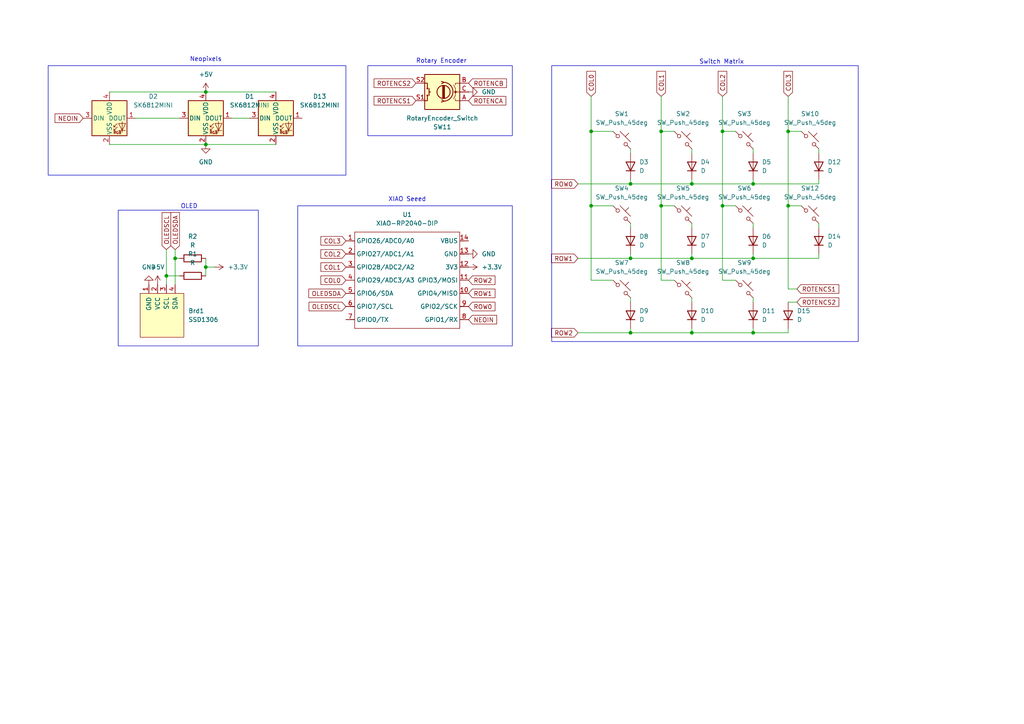
<source format=kicad_sch>
(kicad_sch (version 20231120) (generator "eeschema") (generator_version "8.0")
  (paper "A4")
  (lib_symbols
    (symbol "Device:D" (pin_numbers hide) (pin_names (offset 1.016) hide)
      (property "Reference" "D" (at 0 2.54 0))
      (property "Value" "D" (at 0 -2.54 0))
      (symbol "D_0_1"
        (polyline (pts (xy -1.27 1.27) (xy -1.27 -1.27)) (stroke (width 0.254)))
        (polyline (pts (xy 1.27 0) (xy -1.27 0)))
        (polyline (pts (xy 1.27 1.27) (xy 1.27 -1.27) (xy -1.27 0) (xy 1.27 1.27)) (stroke (width 0.254)))
      )
      (symbol "D_1_1"
        (pin passive line (at -3.81 0 0) (length 2.54) (name "K") (number "1"))
        (pin passive line (at 3.81 0 180) (length 2.54) (name "A") (number "2"))
      )
    )
    (symbol "Device:R" (pin_numbers hide) (pin_names (offset 0))
      (property "Reference" "R" (at 2.032 0 90))
      (property "Value" "R" (at 0 0 90))
      (symbol "R_0_1"
        (rectangle (start -1.016 -2.54) (end 1.016 2.54) (stroke (width 0.254)))
      )
      (symbol "R_1_1"
        (pin passive line (at 0 3.81 270) (length 1.27) (name "~") (number "1"))
        (pin passive line (at 0 -3.81 90) (length 1.27) (name "~") (number "2"))
      )
    )
    (symbol "Device:RotaryEncoder_Switch" (pin_names (offset 0.254) hide)
      (property "Reference" "SW" (at 0 6.604 0))
      (property "Value" "RotaryEncoder_Switch" (at 0 -6.604 0))
      (symbol "RotaryEncoder_Switch_0_1"
        (rectangle (start -5.08 5.08) (end 5.08 -5.08) (stroke (width 0.254)) (fill (type background)))
        (circle (center -3.81 0) (radius 0.254) (fill (type outline)))
        (circle (center -0.381 0) (radius 1.905) (stroke (width 0.254)))
        (arc (start -0.381 2.667) (mid -3.0988 -0.0635) (end -0.381 -2.794) (stroke (width 0.254)))
        (polyline (pts (xy -0.635 -1.778) (xy -0.635 1.778)) (stroke (width 0.254)))
        (polyline (pts (xy -0.381 -1.778) (xy -0.381 1.778)) (stroke (width 0.254)))
        (polyline (pts (xy -0.127 1.778) (xy -0.127 -1.778)) (stroke (width 0.254)))
        (polyline (pts (xy 3.81 0) (xy 3.429 0)) (stroke (width 0.254)))
        (polyline (pts (xy 3.81 1.016) (xy 3.81 -1.016)) (stroke (width 0.254)))
        (polyline (pts (xy -5.08 -2.54) (xy -3.81 -2.54) (xy -3.81 -2.032)))
        (polyline (pts (xy -5.08 2.54) (xy -3.81 2.54) (xy -3.81 2.032)))
        (polyline (pts (xy 0.254 -3.048) (xy -0.508 -2.794) (xy 0.127 -2.413)) (stroke (width 0.254)))
        (polyline (pts (xy 0.254 2.921) (xy -0.508 2.667) (xy 0.127 2.286)) (stroke (width 0.254)))
        (polyline (pts (xy 5.08 -2.54) (xy 4.318 -2.54) (xy 4.318 -1.016)) (stroke (width 0.254)))
        (polyline (pts (xy 5.08 2.54) (xy 4.318 2.54) (xy 4.318 1.016)) (stroke (width 0.254)))
        (polyline (pts (xy -5.08 0) (xy -3.81 0) (xy -3.81 -1.016) (xy -3.302 -2.032)))
        (polyline (pts (xy -4.318 0) (xy -3.81 0) (xy -3.81 1.016) (xy -3.302 2.032)))
        (circle (center 4.318 -1.016) (radius 0.127) (stroke (width 0.254)))
        (circle (center 4.318 1.016) (radius 0.127) (stroke (width 0.254)))
      )
      (symbol "RotaryEncoder_Switch_1_1"
        (pin passive line (at -7.62 2.54 0) (length 2.54) (name "A") (number "A"))
        (pin passive line (at -7.62 -2.54 0) (length 2.54) (name "B") (number "B"))
        (pin passive line (at -7.62 0 0) (length 2.54) (name "C") (number "C"))
        (pin passive line (at 7.62 2.54 180) (length 2.54) (name "S1") (number "S1"))
        (pin passive line (at 7.62 -2.54 180) (length 2.54) (name "S2") (number "S2"))
      )
    )
    (symbol "LED:SK6812MINI" (pin_names (offset 0.254))
      (property "Reference" "D" (at 5.08 5.715 0))
      (property "Value" "SK6812MINI" (at 1.27 -5.715 0))
      (symbol "SK6812MINI_0_0"
        (text "RGB" (at 2.286 -4.191 0) (effects (font (size 0.762 0.762))))
      )
      (symbol "SK6812MINI_0_1"
        (polyline (pts (xy 1.27 -3.556) (xy 1.778 -3.556)))
        (polyline (pts (xy 1.27 -2.54) (xy 1.778 -2.54)))
        (polyline (pts (xy 4.699 -3.556) (xy 2.667 -3.556)))
        (polyline (pts (xy 2.286 -2.54) (xy 1.27 -3.556) (xy 1.27 -3.048)))
        (polyline (pts (xy 2.286 -1.524) (xy 1.27 -2.54) (xy 1.27 -2.032)))
        (polyline (pts (xy 3.683 -1.016) (xy 3.683 -3.556) (xy 3.683 -4.064)))
        (polyline (pts (xy 4.699 -1.524) (xy 2.667 -1.524) (xy 3.683 -3.556) (xy 4.699 -1.524)))
        (rectangle (start 5.08 5.08) (end -5.08 -5.08) (stroke (width 0.254)) (fill (type background)))
      )
      (symbol "SK6812MINI_1_1"
        (pin output line (at 7.62 0 180) (length 2.54) (name "DOUT") (number "1"))
        (pin power_in line (at 0 -7.62 90) (length 2.54) (name "VSS") (number "2"))
        (pin input line (at -7.62 0 0) (length 2.54) (name "DIN") (number "3"))
        (pin power_in line (at 0 7.62 270) (length 2.54) (name "VDD") (number "4"))
      )
    )
    (symbol "OLED:SSD1306" (pin_names (offset 1.016))
      (property "Reference" "Brd" (at 0 -3.81 0))
      (property "Value" "SSD1306" (at 0 -1.27 0))
      (symbol "SSD1306_0_1"
        (rectangle (start -6.35 6.35) (end 6.35 -6.35) (fill (type background)))
      )
      (symbol "SSD1306_1_1"
        (pin input line (at -3.81 8.89 270) (length 2.54) (name "GND") (number "1"))
        (pin input line (at -1.27 8.89 270) (length 2.54) (name "VCC") (number "2"))
        (pin input line (at 1.27 8.89 270) (length 2.54) (name "SCL") (number "3"))
        (pin input line (at 3.81 8.89 270) (length 2.54) (name "SDA") (number "4"))
      )
    )
    (symbol "OPL:XIAO-RP2040-DIP"
      (property "Reference" "U" (at 0 0 0))
      (property "Value" "XIAO-RP2040-DIP" (at 5.334 -1.778 0))
      (symbol "XIAO-RP2040-DIP_1_0"
        (polyline (pts (xy -1.27 -30.48) (xy -1.27 -16.51)) (stroke (width 0.1524)))
        (polyline (pts (xy -1.27 -27.94) (xy -2.54 -27.94)) (stroke (width 0.1524)))
        (polyline (pts (xy -1.27 -24.13) (xy -2.54 -24.13)) (stroke (width 0.1524)))
        (polyline (pts (xy -1.27 -20.32) (xy -2.54 -20.32)) (stroke (width 0.1524)))
        (polyline (pts (xy -1.27 -16.51) (xy -2.54 -16.51)) (stroke (width 0.1524)))
        (polyline (pts (xy -1.27 -16.51) (xy -1.27 -12.7)) (stroke (width 0.1524)))
        (polyline (pts (xy -1.27 -12.7) (xy -2.54 -12.7)) (stroke (width 0.1524)))
        (polyline (pts (xy -1.27 -12.7) (xy -1.27 -8.89)) (stroke (width 0.1524)))
        (polyline (pts (xy -1.27 -8.89) (xy -2.54 -8.89)) (stroke (width 0.1524)))
        (polyline (pts (xy -1.27 -8.89) (xy -1.27 -5.08)) (stroke (width 0.1524)))
        (polyline (pts (xy -1.27 -5.08) (xy -2.54 -5.08)) (stroke (width 0.1524)))
        (polyline (pts (xy -1.27 -5.08) (xy -1.27 -2.54)) (stroke (width 0.1524)))
        (polyline (pts (xy -1.27 -2.54) (xy 29.21 -2.54)) (stroke (width 0.1524)))
        (polyline (pts (xy 29.21 -30.48) (xy -1.27 -30.48)) (stroke (width 0.1524)))
        (polyline (pts (xy 29.21 -12.7) (xy 29.21 -30.48)) (stroke (width 0.1524)))
        (polyline (pts (xy 29.21 -8.89) (xy 29.21 -12.7)) (stroke (width 0.1524)))
        (polyline (pts (xy 29.21 -5.08) (xy 29.21 -8.89)) (stroke (width 0.1524)))
        (polyline (pts (xy 29.21 -2.54) (xy 29.21 -5.08)) (stroke (width 0.1524)))
        (polyline (pts (xy 30.48 -27.94) (xy 29.21 -27.94)) (stroke (width 0.1524)))
        (polyline (pts (xy 30.48 -24.13) (xy 29.21 -24.13)) (stroke (width 0.1524)))
        (polyline (pts (xy 30.48 -20.32) (xy 29.21 -20.32)) (stroke (width 0.1524)))
        (polyline (pts (xy 30.48 -16.51) (xy 29.21 -16.51)) (stroke (width 0.1524)))
        (polyline (pts (xy 30.48 -12.7) (xy 29.21 -12.7)) (stroke (width 0.1524)))
        (polyline (pts (xy 30.48 -8.89) (xy 29.21 -8.89)) (stroke (width 0.1524)))
        (polyline (pts (xy 30.48 -5.08) (xy 29.21 -5.08)) (stroke (width 0.1524)))
        (pin passive line (at -3.81 -5.08 0) (length 2.54) (name "GPIO26/ADC0/A0") (number "1"))
        (pin passive line (at 31.75 -20.32 180) (length 2.54) (name "GPIO4/MISO") (number "10"))
        (pin passive line (at 31.75 -16.51 180) (length 2.54) (name "GPIO3/MOSI") (number "11"))
        (pin passive line (at 31.75 -12.7 180) (length 2.54) (name "3V3") (number "12"))
        (pin passive line (at 31.75 -8.89 180) (length 2.54) (name "GND") (number "13"))
        (pin passive line (at 31.75 -5.08 180) (length 2.54) (name "VBUS") (number "14"))
        (pin passive line (at -3.81 -8.89 0) (length 2.54) (name "GPIO27/ADC1/A1") (number "2"))
        (pin passive line (at -3.81 -12.7 0) (length 2.54) (name "GPIO28/ADC2/A2") (number "3"))
        (pin passive line (at -3.81 -16.51 0) (length 2.54) (name "GPIO29/ADC3/A3") (number "4"))
        (pin passive line (at -3.81 -20.32 0) (length 2.54) (name "GPIO6/SDA") (number "5"))
        (pin passive line (at -3.81 -24.13 0) (length 2.54) (name "GPIO7/SCL") (number "6"))
        (pin passive line (at -3.81 -27.94 0) (length 2.54) (name "GPIO0/TX") (number "7"))
        (pin passive line (at 31.75 -27.94 180) (length 2.54) (name "GPIO1/RX") (number "8"))
        (pin passive line (at 31.75 -24.13 180) (length 2.54) (name "GPIO2/SCK") (number "9"))
      )
    )
    (symbol "Switch:SW_Push_45deg" (pin_numbers hide) (pin_names (offset 1.016) hide)
      (property "Reference" "SW" (at 3.048 1.016 0))
      (property "Value" "SW_Push_45deg" (at 0 -3.81 0))
      (symbol "SW_Push_45deg_0_1"
        (circle (center -1.1684 1.1684) (radius 0.508))
        (polyline (pts (xy -0.508 2.54) (xy 2.54 -0.508)))
        (polyline (pts (xy 1.016 1.016) (xy 2.032 2.032)))
        (polyline (pts (xy -2.54 2.54) (xy -1.524 1.524) (xy -1.524 1.524)))
        (polyline (pts (xy 1.524 -1.524) (xy 2.54 -2.54) (xy 2.54 -2.54) (xy 2.54 -2.54)))
        (circle (center 1.143 -1.1938) (radius 0.508))
        (pin passive line (at -2.54 2.54 0) (length 0) (name "1") (number "1"))
        (pin passive line (at 2.54 -2.54 180) (length 0) (name "2") (number "2"))
      )
    )
    (symbol "power:+3.3V" (power) (pin_numbers hide) (pin_names (offset 0) hide)
      (property "Value" "+3.3V" (at 0 3.556 0))
      (symbol "+3.3V_0_1"
        (polyline (pts (xy -0.762 1.27) (xy 0 2.54)))
        (polyline (pts (xy 0 0) (xy 0 2.54)))
        (polyline (pts (xy 0 2.54) (xy 0.762 1.27)))
      )
      (symbol "+3.3V_1_1"
        (pin power_in line (at 0 0 90) (length 0) (name "~") (number "1"))
      )
    )
    (symbol "power:+5V" (power) (pin_numbers hide) (pin_names (offset 0) hide)
      (property "Value" "+5V" (at 0 3.556 0))
      (symbol "+5V_0_1"
        (polyline (pts (xy -0.762 1.27) (xy 0 2.54)))
        (polyline (pts (xy 0 0) (xy 0 2.54)))
        (polyline (pts (xy 0 2.54) (xy 0.762 1.27)))
      )
      (symbol "+5V_1_1"
        (pin power_in line (at 0 0 90) (length 0) (name "~") (number "1"))
      )
    )
    (symbol "power:GND" (power) (pin_numbers hide) (pin_names (offset 0) hide)
      (property "Value" "GND" (at 0 -3.81 0))
      (symbol "GND_0_1"
        (polyline (pts (xy 0 0) (xy 0 -1.27) (xy 1.27 -1.27) (xy 0 -2.54) (xy -1.27 -1.27) (xy 0 -1.27)))
      )
      (symbol "GND_1_1"
        (pin power_in line (at 0 0 270) (length 0) (name "~") (number "1"))
      )
    )
  )
  (junction (at 182.88 96.52))
  (junction (at 50.8 74.93))
  (junction (at 191.77 38.1))
  (junction (at 209.55 38.1))
  (junction (at 200.66 74.93))
  (junction (at 59.69 77.47))
  (junction (at 48.26 80.01))
  (junction (at 200.66 53.34))
  (junction (at 182.88 74.93))
  (junction (at 59.69 41.91))
  (junction (at 200.66 96.52))
  (junction (at 171.45 38.1))
  (junction (at 218.44 74.93))
  (junction (at 209.55 59.69))
  (junction (at 218.44 53.34))
  (junction (at 59.69 26.67))
  (junction (at 171.45 59.69))
  (junction (at 228.6 38.1))
  (junction (at 191.77 59.69))
  (junction (at 182.88 53.34))
  (junction (at 228.6 59.69))
  (junction (at 218.44 96.52))
  (wire (pts (xy 200.66 96.52) (xy 200.66 95.25)))
  (wire (pts (xy 171.45 38.1) (xy 177.8 38.1)))
  (wire (pts (xy 237.49 73.66) (xy 237.49 74.93)))
  (wire (pts (xy 213.36 81.28) (xy 209.55 81.28)))
  (wire (pts (xy 50.8 74.93) (xy 50.8 82.55)))
  (wire (pts (xy 39.37 34.29) (xy 52.07 34.29)))
  (wire (pts (xy 167.64 53.34) (xy 182.88 53.34)))
  (wire (pts (xy 59.69 26.67) (xy 80.01 26.67)))
  (wire (pts (xy 48.26 82.55) (xy 48.26 80.01)))
  (wire (pts (xy 182.88 96.52) (xy 182.88 95.25)))
  (wire (pts (xy 228.6 95.25) (xy 228.6 96.52)))
  (wire (pts (xy 182.88 74.93) (xy 200.66 74.93)))
  (wire (pts (xy 59.69 80.01) (xy 59.69 77.47)))
  (wire (pts (xy 182.88 73.66) (xy 182.88 74.93)))
  (wire (pts (xy 237.49 66.04) (xy 237.49 64.77)))
  (wire (pts (xy 200.66 66.04) (xy 200.66 64.77)))
  (wire (pts (xy 228.6 38.1) (xy 228.6 59.69)))
  (wire (pts (xy 191.77 81.28) (xy 195.58 81.28)))
  (wire (pts (xy 218.44 74.93) (xy 237.49 74.93)))
  (wire (pts (xy 171.45 27.94) (xy 171.45 38.1)))
  (wire (pts (xy 50.8 72.39) (xy 50.8 74.93)))
  (wire (pts (xy 182.88 44.45) (xy 182.88 43.18)))
  (wire (pts (xy 50.8 74.93) (xy 52.07 74.93)))
  (wire (pts (xy 228.6 38.1) (xy 232.41 38.1)))
  (wire (pts (xy 218.44 95.25) (xy 218.44 96.52)))
  (wire (pts (xy 228.6 27.94) (xy 228.6 38.1)))
  (wire (pts (xy 209.55 59.69) (xy 213.36 59.69)))
  (wire (pts (xy 209.55 27.94) (xy 209.55 38.1)))
  (wire (pts (xy 59.69 74.93) (xy 59.69 77.47)))
  (wire (pts (xy 171.45 59.69) (xy 171.45 81.28)))
  (wire (pts (xy 209.55 38.1) (xy 213.36 38.1)))
  (wire (pts (xy 191.77 38.1) (xy 195.58 38.1)))
  (wire (pts (xy 59.69 77.47) (xy 62.23 77.47)))
  (wire (pts (xy 67.31 34.29) (xy 72.39 34.29)))
  (wire (pts (xy 182.88 53.34) (xy 182.88 52.07)))
  (wire (pts (xy 171.45 59.69) (xy 177.8 59.69)))
  (wire (pts (xy 218.44 96.52) (xy 200.66 96.52)))
  (wire (pts (xy 182.88 66.04) (xy 182.88 64.77)))
  (wire (pts (xy 200.66 53.34) (xy 218.44 53.34)))
  (wire (pts (xy 171.45 81.28) (xy 177.8 81.28)))
  (wire (pts (xy 200.66 53.34) (xy 200.66 52.07)))
  (wire (pts (xy 200.66 73.66) (xy 200.66 74.93)))
  (wire (pts (xy 200.66 87.63) (xy 200.66 86.36)))
  (wire (pts (xy 218.44 87.63) (xy 218.44 86.36)))
  (wire (pts (xy 218.44 44.45) (xy 218.44 43.18)))
  (wire (pts (xy 228.6 87.63) (xy 231.14 87.63)))
  (wire (pts (xy 167.64 74.93) (xy 182.88 74.93)))
  (wire (pts (xy 218.44 73.66) (xy 218.44 74.93)))
  (wire (pts (xy 171.45 38.1) (xy 171.45 59.69)))
  (wire (pts (xy 231.14 83.82) (xy 228.6 83.82)))
  (wire (pts (xy 218.44 96.52) (xy 228.6 96.52)))
  (wire (pts (xy 191.77 27.94) (xy 191.77 38.1)))
  (wire (pts (xy 191.77 59.69) (xy 195.58 59.69)))
  (wire (pts (xy 209.55 59.69) (xy 209.55 38.1)))
  (wire (pts (xy 48.26 80.01) (xy 52.07 80.01)))
  (wire (pts (xy 191.77 38.1) (xy 191.77 59.69)))
  (wire (pts (xy 218.44 52.07) (xy 218.44 53.34)))
  (wire (pts (xy 59.69 41.91) (xy 80.01 41.91)))
  (wire (pts (xy 182.88 87.63) (xy 182.88 86.36)))
  (wire (pts (xy 209.55 81.28) (xy 209.55 59.69)))
  (wire (pts (xy 228.6 59.69) (xy 232.41 59.69)))
  (wire (pts (xy 31.75 26.67) (xy 59.69 26.67)))
  (wire (pts (xy 200.66 96.52) (xy 182.88 96.52)))
  (wire (pts (xy 237.49 44.45) (xy 237.49 43.18)))
  (wire (pts (xy 200.66 44.45) (xy 200.66 43.18)))
  (wire (pts (xy 191.77 59.69) (xy 191.77 81.28)))
  (wire (pts (xy 48.26 72.39) (xy 48.26 80.01)))
  (wire (pts (xy 218.44 74.93) (xy 200.66 74.93)))
  (wire (pts (xy 167.64 96.52) (xy 182.88 96.52)))
  (wire (pts (xy 228.6 59.69) (xy 228.6 83.82)))
  (wire (pts (xy 218.44 53.34) (xy 237.49 53.34)))
  (wire (pts (xy 218.44 66.04) (xy 218.44 64.77)))
  (wire (pts (xy 237.49 52.07) (xy 237.49 53.34)))
  (wire (pts (xy 31.75 41.91) (xy 59.69 41.91)))
  (wire (pts (xy 200.66 53.34) (xy 182.88 53.34)))
  (rectangle (start 86.36 59.69) (end 148.59 100.33))
  (rectangle (start 160.02 19.05) (end 248.92 99.06))
  (rectangle (start 13.97 19.05) (end 100.33 50.8))
  (rectangle (start 34.29 60.96) (end 74.93 100.33))
  (rectangle (start 106.68 19.05) (end 148.59 39.37))
  (text "XIAO Seeed" (at 118.11 57.912 0) (effects (font (size 1.27 1.27))))
  (text "Neopixels\n" (at 59.69 17.272 0) (effects (font (size 1.27 1.27))))
  (text "Rotary Encoder" (at 128.016 17.78 0) (effects (font (size 1.27 1.27))))
  (text "OLED\n" (at 54.864 59.944 0) (effects (font (size 1.27 1.27))))
  (text "Switch Matrix" (at 209.296 18.034 0) (effects (font (size 1.27 1.27))))
  (global_label "ROTENCS1" (shape input) (at 231.14 83.82 0) (property "Intersheetrefs" "${INTERSHEET_REFS}" (effects (hide yes))))
  (global_label "COL2" (shape input) (at 209.55 27.94 90) (property "Intersheetrefs" "${INTERSHEET_REFS}" (effects (hide yes))))
  (global_label "COL1" (shape input) (at 100.33 77.47 180) (property "Intersheetrefs" "${INTERSHEET_REFS}" (effects (hide yes))))
  (global_label "OLEDSDA" (shape input) (at 100.33 85.09 180) (property "Intersheetrefs" "${INTERSHEET_REFS}" (effects (hide yes))))
  (global_label "ROTENCS2" (shape input) (at 120.65 24.13 180) (property "Intersheetrefs" "${INTERSHEET_REFS}" (effects (hide yes))))
  (global_label "COL0" (shape input) (at 171.45 27.94 90) (property "Intersheetrefs" "${INTERSHEET_REFS}" (effects (hide yes))))
  (global_label "COL2" (shape input) (at 100.33 73.66 180) (property "Intersheetrefs" "${INTERSHEET_REFS}" (effects (hide yes))))
  (global_label "COL3" (shape input) (at 100.33 69.85 180) (property "Intersheetrefs" "${INTERSHEET_REFS}" (effects (hide yes))))
  (global_label "ROW1" (shape input) (at 167.64 74.93 180) (property "Intersheetrefs" "${INTERSHEET_REFS}" (effects (hide yes))))
  (global_label "ROW0" (shape input) (at 167.64 53.34 180) (property "Intersheetrefs" "${INTERSHEET_REFS}" (effects (hide yes))))
  (global_label "ROTENCS1" (shape input) (at 120.65 29.21 180) (property "Intersheetrefs" "${INTERSHEET_REFS}" (effects (hide yes))))
  (global_label "COL1" (shape input) (at 191.77 27.94 90) (property "Intersheetrefs" "${INTERSHEET_REFS}" (effects (hide yes))))
  (global_label "ROW2" (shape input) (at 135.89 81.28 0) (property "Intersheetrefs" "${INTERSHEET_REFS}" (effects (hide yes))))
  (global_label "ROTENCS2" (shape input) (at 231.14 87.63 0) (property "Intersheetrefs" "${INTERSHEET_REFS}" (effects (hide yes))))
  (global_label "OLEDSDA" (shape input) (at 50.8 72.39 90) (property "Intersheetrefs" "${INTERSHEET_REFS}" (effects (hide yes))))
  (global_label "ROTENCB" (shape input) (at 135.89 24.13 0) (property "Intersheetrefs" "${INTERSHEET_REFS}" (effects (hide yes))))
  (global_label "COL3" (shape input) (at 228.6 27.94 90) (property "Intersheetrefs" "${INTERSHEET_REFS}" (effects (hide yes))))
  (global_label "COL0" (shape input) (at 100.33 81.28 180) (property "Intersheetrefs" "${INTERSHEET_REFS}" (effects (hide yes))))
  (global_label "NEOIN" (shape input) (at 135.89 92.71 0) (property "Intersheetrefs" "${INTERSHEET_REFS}" (effects (hide yes))))
  (global_label "OLEDSCL" (shape input) (at 100.33 88.9 180) (property "Intersheetrefs" "${INTERSHEET_REFS}" (effects (hide yes))))
  (global_label "ROW2" (shape input) (at 167.64 96.52 180) (property "Intersheetrefs" "${INTERSHEET_REFS}" (effects (hide yes))))
  (global_label "ROW0" (shape input) (at 135.89 88.9 0) (property "Intersheetrefs" "${INTERSHEET_REFS}" (effects (hide yes))))
  (global_label "OLEDSCL" (shape input) (at 48.26 72.39 90) (property "Intersheetrefs" "${INTERSHEET_REFS}" (effects (hide yes))))
  (global_label "ROTENCA" (shape input) (at 135.89 29.21 0) (property "Intersheetrefs" "${INTERSHEET_REFS}" (effects (hide yes))))
  (global_label "NEOIN" (shape input) (at 24.13 34.29 180) (property "Intersheetrefs" "${INTERSHEET_REFS}" (effects (hide yes))))
  (global_label "ROW1" (shape input) (at 135.89 85.09 0) (property "Intersheetrefs" "${INTERSHEET_REFS}" (effects (hide yes))))
  (symbol (lib_id "Switch:SW_Push_45deg") (at 198.12 40.64 0) (unit 1)
    (property "Reference" "SW2" (at 198.12 33.02 0))
    (property "Value" "SW_Push_45deg" (at 198.12 35.56 0))
    (property "Footprint" "3D:SW_Cherry_MX_1.00u_PCB_3D" (effects (hide yes)))
    (property "Description" "Push button switch, normally open, two pins, 45° tilted" (effects (hide yes)))
  )
  (symbol (lib_id "Device:D") (at 218.44 69.85 90) (unit 1)
    (property "Reference" "D6" (at 220.98 68.5799 90) (effects (justify right)))
    (property "Value" "D" (at 220.98 71.1199 90) (effects (justify right)))
    (property "Footprint" "DIODE:D_DO-35_SOD27_P7.62mm_Horizontal" (effects (hide yes)))
    (property "Description" "Diode" (effects (hide yes)))
    (property "Sim.Device" "D" (effects (hide yes)))
    (property "Sim.Pins" "1=K 2=A" (effects (hide yes)))
  )
  (symbol (lib_id "power:GND") (at 135.89 26.67 90) (unit 1)
    (property "Reference" "#PWR02" (effects (hide yes)))
    (property "Value" "GND" (at 139.7 26.6699 90) (effects (justify right)))
    (property "Description" "Power symbol creates a global label with name \"GND\" , ground" (effects (hide yes)))
  )
  (symbol (lib_id "Device:D") (at 218.44 48.26 90) (unit 1)
    (property "Reference" "D5" (at 220.98 46.9899 90) (effects (justify right)))
    (property "Value" "D" (at 220.98 49.5299 90) (effects (justify right)))
    (property "Footprint" "DIODE:D_DO-35_SOD27_P7.62mm_Horizontal" (effects (hide yes)))
    (property "Description" "Diode" (effects (hide yes)))
    (property "Sim.Device" "D" (effects (hide yes)))
    (property "Sim.Pins" "1=K 2=A" (effects (hide yes)))
  )
  (symbol (lib_id "LED:SK6812MINI") (at 80.01 34.29 0) (unit 1)
    (property "Reference" "D13" (at 92.71 27.9714 0))
    (property "Value" "SK6812MINI" (at 92.71 30.5114 0))
    (property "Footprint" "3D:LED_SK6812MINI_PLCC4_3.5x3.5mm_P1.75mm_3D" (effects (hide yes)))
    (property "Datasheet" "https://cdn-shop.adafruit.com/product-files/2686/SK6812MINI_REV.01-1-2.pdf" (effects (hide yes)))
    (property "Description" "RGB LED with integrated controller" (effects (hide yes)))
  )
  (symbol (lib_id "power:GND") (at 43.18 82.55 180) (unit 1)
    (property "Reference" "#PWR06" (effects (hide yes)))
    (property "Value" "GND" (at 43.18 77.47 0))
    (property "Description" "Power symbol creates a global label with name \"GND\" , ground" (effects (hide yes)))
  )
  (symbol (lib_id "Switch:SW_Push_45deg") (at 180.34 62.23 0) (unit 1)
    (property "Reference" "SW4" (at 180.34 54.61 0))
    (property "Value" "SW_Push_45deg" (at 180.34 57.15 0))
    (property "Footprint" "3D:SW_Cherry_MX_1.00u_PCB_3D" (effects (hide yes)))
    (property "Description" "Push button switch, normally open, two pins, 45° tilted" (effects (hide yes)))
  )
  (symbol (lib_id "power:+5V") (at 45.72 82.55 0) (unit 1)
    (property "Reference" "#PWR05" (effects (hide yes)))
    (property "Value" "+5V" (at 45.72 77.47 0))
    (property "Description" "Power symbol creates a global label with name \"+5V\"" (effects (hide yes)))
  )
  (symbol (lib_id "power:+5V") (at 59.69 26.67 0) (unit 1)
    (property "Reference" "#PWR03" (effects (hide yes)))
    (property "Value" "+5V" (at 59.69 21.59 0))
    (property "Description" "Power symbol creates a global label with name \"+5V\"" (effects (hide yes)))
  )
  (symbol (lib_id "power:+3.3V") (at 62.23 77.47 270) (unit 1)
    (property "Reference" "#PWR07" (effects (hide yes)))
    (property "Value" "+3.3V" (at 66.04 77.4699 90) (effects (justify left)))
    (property "Description" "Power symbol creates a global label with name \"+3.3V\"" (effects (hide yes)))
  )
  (symbol (lib_id "Device:R") (at 55.88 80.01 90) (unit 1)
    (property "Reference" "R1" (at 55.88 73.66 90))
    (property "Value" "R" (at 55.88 76.2 90))
    (property "Footprint" "Resistor_THT:R_Axial_DIN0204_L3.6mm_D1.6mm_P7.62mm_Horizontal" (effects (hide yes)))
    (property "Description" "Resistor" (effects (hide yes)))
  )
  (symbol (lib_id "power:GND") (at 59.69 41.91 0) (unit 1)
    (property "Reference" "#PWR04" (effects (hide yes)))
    (property "Value" "GND" (at 59.69 46.99 0))
    (property "Description" "Power symbol creates a global label with name \"GND\" , ground" (effects (hide yes)))
  )
  (symbol (lib_id "Device:D") (at 182.88 48.26 90) (unit 1)
    (property "Reference" "D3" (at 185.42 46.9899 90) (effects (justify right)))
    (property "Value" "D" (at 185.42 49.5299 90) (effects (justify right)))
    (property "Footprint" "DIODE:D_DO-35_SOD27_P7.62mm_Horizontal" (effects (hide yes)))
    (property "Description" "Diode" (effects (hide yes)))
    (property "Sim.Device" "D" (effects (hide yes)))
    (property "Sim.Pins" "1=K 2=A" (effects (hide yes)))
  )
  (symbol (lib_id "Device:D") (at 200.66 48.26 90) (unit 1)
    (property "Reference" "D4" (at 203.2 46.9899 90) (effects (justify right)))
    (property "Value" "D" (at 203.2 49.5299 90) (effects (justify right)))
    (property "Footprint" "DIODE:D_DO-35_SOD27_P7.62mm_Horizontal" (effects (hide yes)))
    (property "Description" "Diode" (effects (hide yes)))
    (property "Sim.Device" "D" (effects (hide yes)))
    (property "Sim.Pins" "1=K 2=A" (effects (hide yes)))
  )
  (symbol (lib_id "Device:D") (at 200.66 69.85 90) (unit 1)
    (property "Reference" "D7" (at 203.2 68.5799 90) (effects (justify right)))
    (property "Value" "D" (at 203.2 71.1199 90) (effects (justify right)))
    (property "Footprint" "DIODE:D_DO-35_SOD27_P7.62mm_Horizontal" (effects (hide yes)))
    (property "Description" "Diode" (effects (hide yes)))
    (property "Sim.Device" "D" (effects (hide yes)))
    (property "Sim.Pins" "1=K 2=A" (effects (hide yes)))
  )
  (symbol (lib_id "Device:D") (at 182.88 91.44 90) (unit 1)
    (property "Reference" "D9" (at 185.42 90.1699 90) (effects (justify right)))
    (property "Value" "D" (at 185.42 92.7099 90) (effects (justify right)))
    (property "Footprint" "DIODE:D_DO-35_SOD27_P7.62mm_Horizontal" (effects (hide yes)))
    (property "Description" "Diode" (effects (hide yes)))
    (property "Sim.Device" "D" (effects (hide yes)))
    (property "Sim.Pins" "1=K 2=A" (effects (hide yes)))
  )
  (symbol (lib_id "Device:D") (at 182.88 69.85 90) (unit 1)
    (property "Reference" "D8" (at 185.42 68.5799 90) (effects (justify right)))
    (property "Value" "D" (at 185.42 71.1199 90) (effects (justify right)))
    (property "Footprint" "DIODE:D_DO-35_SOD27_P7.62mm_Horizontal" (effects (hide yes)))
    (property "Description" "Diode" (effects (hide yes)))
    (property "Sim.Device" "D" (effects (hide yes)))
    (property "Sim.Pins" "1=K 2=A" (effects (hide yes)))
  )
  (symbol (lib_id "Switch:SW_Push_45deg") (at 180.34 83.82 0) (unit 1)
    (property "Reference" "SW7" (at 180.34 76.2 0))
    (property "Value" "SW_Push_45deg" (at 180.34 78.74 0))
    (property "Footprint" "3D:SW_Cherry_MX_1.00u_PCB_3D" (effects (hide yes)))
    (property "Description" "Push button switch, normally open, two pins, 45° tilted" (effects (hide yes)))
  )
  (symbol (lib_id "LED:SK6812MINI") (at 31.75 34.29 0) (unit 1)
    (property "Reference" "D2" (at 44.45 27.9714 0))
    (property "Value" "SK6812MINI" (at 44.45 30.5114 0))
    (property "Footprint" "3D:LED_SK6812MINI_PLCC4_3.5x3.5mm_P1.75mm_3D" (effects (hide yes)))
    (property "Datasheet" "https://cdn-shop.adafruit.com/product-files/2686/SK6812MINI_REV.01-1-2.pdf" (effects (hide yes)))
    (property "Description" "RGB LED with integrated controller" (effects (hide yes)))
  )
  (symbol (lib_id "Switch:SW_Push_45deg") (at 180.34 40.64 0) (unit 1)
    (property "Reference" "SW1" (at 180.34 33.02 0))
    (property "Value" "SW_Push_45deg" (at 180.34 35.56 0))
    (property "Footprint" "3D:SW_Cherry_MX_1.00u_PCB_3D" (effects (hide yes)))
    (property "Description" "Push button switch, normally open, two pins, 45° tilted" (effects (hide yes)))
  )
  (symbol (lib_id "Switch:SW_Push_45deg") (at 234.95 40.64 0) (unit 1)
    (property "Reference" "SW10" (at 234.95 33.02 0))
    (property "Value" "SW_Push_45deg" (at 234.95 35.56 0))
    (property "Footprint" "3D:SW_Cherry_MX_1.00u_PCB_3D" (effects (hide yes)))
    (property "Description" "Push button switch, normally open, two pins, 45° tilted" (effects (hide yes)))
  )
  (symbol (lib_id "power:+3.3V") (at 135.89 77.47 270) (unit 1)
    (property "Reference" "#PWR08" (effects (hide yes)))
    (property "Value" "+3.3V" (at 139.7 77.4699 90) (effects (justify left)))
    (property "Description" "Power symbol creates a global label with name \"+3.3V\"" (effects (hide yes)))
  )
  (symbol (lib_id "Device:D") (at 200.66 91.44 90) (unit 1)
    (property "Reference" "D10" (at 203.2 90.1699 90) (effects (justify right)))
    (property "Value" "D" (at 203.2 92.7099 90) (effects (justify right)))
    (property "Footprint" "DIODE:D_DO-35_SOD27_P7.62mm_Horizontal" (effects (hide yes)))
    (property "Description" "Diode" (effects (hide yes)))
    (property "Sim.Device" "D" (effects (hide yes)))
    (property "Sim.Pins" "1=K 2=A" (effects (hide yes)))
  )
  (symbol (lib_id "Device:D") (at 237.49 69.85 90) (unit 1)
    (property "Reference" "D14" (at 240.03 68.5799 90) (effects (justify right)))
    (property "Value" "D" (at 240.03 71.1199 90) (effects (justify right)))
    (property "Footprint" "DIODE:D_DO-35_SOD27_P7.62mm_Horizontal" (effects (hide yes)))
    (property "Description" "Diode" (effects (hide yes)))
    (property "Sim.Device" "D" (effects (hide yes)))
    (property "Sim.Pins" "1=K 2=A" (effects (hide yes)))
  )
  (symbol (lib_id "Switch:SW_Push_45deg") (at 198.12 62.23 0) (unit 1)
    (property "Reference" "SW5" (at 198.12 54.61 0))
    (property "Value" "SW_Push_45deg" (at 198.12 57.15 0))
    (property "Footprint" "3D:SW_Cherry_MX_1.00u_PCB_3D" (effects (hide yes)))
    (property "Description" "Push button switch, normally open, two pins, 45° tilted" (effects (hide yes)))
  )
  (symbol (lib_id "Switch:SW_Push_45deg") (at 215.9 62.23 0) (unit 1)
    (property "Reference" "SW6" (at 215.9 54.61 0))
    (property "Value" "SW_Push_45deg" (at 215.9 57.15 0))
    (property "Footprint" "3D:SW_Cherry_MX_1.00u_PCB_3D" (effects (hide yes)))
    (property "Description" "Push button switch, normally open, two pins, 45° tilted" (effects (hide yes)))
  )
  (symbol (lib_id "power:GND") (at 135.89 73.66 90) (unit 1)
    (property "Reference" "#PWR01" (effects (hide yes)))
    (property "Value" "GND" (at 139.7 73.6599 90) (effects (justify right)))
    (property "Description" "Power symbol creates a global label with name \"GND\" , ground" (effects (hide yes)))
  )
  (symbol (lib_id "Device:D") (at 218.44 91.44 90) (unit 1)
    (property "Reference" "D11" (at 220.98 90.1699 90) (effects (justify right)))
    (property "Value" "D" (at 220.98 92.7099 90) (effects (justify right)))
    (property "Footprint" "DIODE:D_DO-35_SOD27_P7.62mm_Horizontal" (effects (hide yes)))
    (property "Description" "Diode" (effects (hide yes)))
    (property "Sim.Device" "D" (effects (hide yes)))
    (property "Sim.Pins" "1=K 2=A" (effects (hide yes)))
  )
  (symbol (lib_id "Device:D") (at 237.49 48.26 90) (unit 1)
    (property "Reference" "D12" (at 240.03 46.9899 90) (effects (justify right)))
    (property "Value" "D" (at 240.03 49.5299 90) (effects (justify right)))
    (property "Footprint" "DIODE:D_DO-35_SOD27_P7.62mm_Horizontal" (effects (hide yes)))
    (property "Description" "Diode" (effects (hide yes)))
    (property "Sim.Device" "D" (effects (hide yes)))
    (property "Sim.Pins" "1=K 2=A" (effects (hide yes)))
  )
  (symbol (lib_id "Switch:SW_Push_45deg") (at 215.9 40.64 0) (unit 1)
    (property "Reference" "SW3" (at 215.9 33.02 0))
    (property "Value" "SW_Push_45deg" (at 215.9 35.56 0))
    (property "Footprint" "3D:SW_Cherry_MX_1.00u_PCB_3D" (effects (hide yes)))
    (property "Description" "Push button switch, normally open, two pins, 45° tilted" (effects (hide yes)))
  )
  (symbol (lib_id "OPL:XIAO-RP2040-DIP") (at 104.14 64.77 0) (unit 1)
    (property "Reference" "U1" (at 118.11 62.23 0))
    (property "Value" "XIAO-RP2040-DIP" (at 118.11 64.77 0))
    (property "Footprint" "3D:XIAO-RP2040-DIP-3D" (effects (hide yes)))
  )
  (symbol (lib_id "Switch:SW_Push_45deg") (at 198.12 83.82 0) (unit 1)
    (property "Reference" "SW8" (at 198.12 76.2 0))
    (property "Value" "SW_Push_45deg" (at 198.12 78.74 0))
    (property "Footprint" "3D:SW_Cherry_MX_1.00u_PCB_3D" (effects (hide yes)))
    (property "Description" "Push button switch, normally open, two pins, 45° tilted" (effects (hide yes)))
  )
  (symbol (lib_id "Device:D") (at 228.6 91.44 90) (unit 1)
    (property "Reference" "D15" (at 231.14 90.1699 90) (effects (justify right)))
    (property "Value" "D" (at 231.14 92.7099 90) (effects (justify right)))
    (property "Footprint" "DIODE:D_DO-35_SOD27_P7.62mm_Horizontal" (effects (hide yes)))
    (property "Description" "Diode" (effects (hide yes)))
    (property "Sim.Device" "D" (effects (hide yes)))
    (property "Sim.Pins" "1=K 2=A" (effects (hide yes)))
  )
  (symbol (lib_id "Switch:SW_Push_45deg") (at 215.9 83.82 0) (unit 1)
    (property "Reference" "SW9" (at 215.9 76.2 0))
    (property "Value" "SW_Push_45deg" (at 215.9 78.74 0))
    (property "Footprint" "3D:SW_Cherry_MX_1.00u_PCB_3D" (effects (hide yes)))
    (property "Description" "Push button switch, normally open, two pins, 45° tilted" (effects (hide yes)))
  )
  (symbol (lib_id "Switch:SW_Push_45deg") (at 234.95 62.23 0) (unit 1)
    (property "Reference" "SW12" (at 234.95 54.61 0))
    (property "Value" "SW_Push_45deg" (at 234.95 57.15 0))
    (property "Footprint" "3D:SW_Cherry_MX_1.00u_PCB_3D" (effects (hide yes)))
    (property "Description" "Push button switch, normally open, two pins, 45° tilted" (effects (hide yes)))
  )
  (symbol (lib_id "LED:SK6812MINI") (at 59.69 34.29 0) (unit 1)
    (property "Reference" "D1" (at 72.39 27.9714 0))
    (property "Value" "SK6812MINI" (at 72.39 30.5114 0))
    (property "Footprint" "3D:LED_SK6812MINI_PLCC4_3.5x3.5mm_P1.75mm_3D" (effects (hide yes)))
    (property "Datasheet" "https://cdn-shop.adafruit.com/product-files/2686/SK6812MINI_REV.01-1-2.pdf" (effects (hide yes)))
    (property "Description" "RGB LED with integrated controller" (effects (hide yes)))
  )
  (symbol (lib_id "Device:RotaryEncoder_Switch") (at 128.27 26.67 180) (unit 1)
    (property "Reference" "SW11" (at 128.27 36.83 0))
    (property "Value" "RotaryEncoder_Switch" (at 128.27 34.29 0))
    (property "Footprint" "3D:RotaryEncoder_Alps_EC11E-Switch_Vertical_H20mm_CircularMountingHoles_3D" (effects (hide yes)))
    (property "Description" "Rotary encoder, dual channel, incremental quadrate outputs, with switch" (effects (hide yes)))
  )
  (symbol (lib_id "Device:R") (at 55.88 74.93 90) (unit 1)
    (property "Reference" "R2" (at 55.88 68.58 90))
    (property "Value" "R" (at 55.88 71.12 90))
    (property "Footprint" "Resistor_THT:R_Axial_DIN0204_L3.6mm_D1.6mm_P7.62mm_Horizontal" (effects (hide yes)))
    (property "Description" "Resistor" (effects (hide yes)))
  )
  (symbol (lib_id "OLED:SSD1306") (at 46.99 91.44 0) (unit 1)
    (property "Reference" "Brd1" (at 54.61 90.1699 0) (effects (justify left)))
    (property "Value" "SSD1306" (at 54.61 92.7099 0) (effects (justify left)))
    (property "Footprint" "OLED:128x64OLED" (effects (hide yes)))
    (property "Description" "SSD1306 OLED" (effects (hide yes)))
  )
)
</source>
